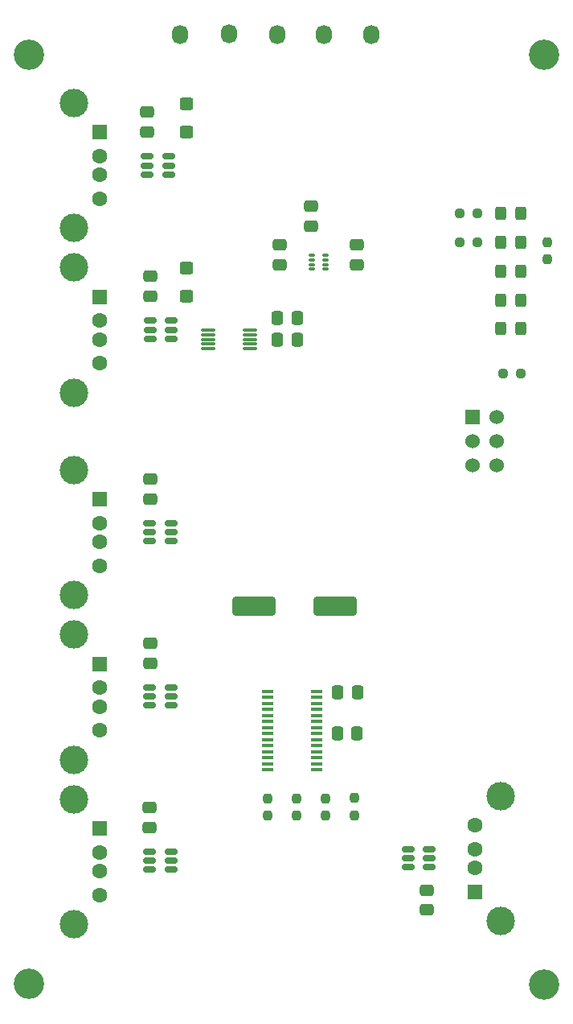
<source format=gbr>
%TF.GenerationSoftware,KiCad,Pcbnew,9.0.6*%
%TF.CreationDate,2025-12-28T11:40:05+01:00*%
%TF.ProjectId,USB_Hub,5553425f-4875-4622-9e6b-696361645f70,rev?*%
%TF.SameCoordinates,Original*%
%TF.FileFunction,Soldermask,Top*%
%TF.FilePolarity,Negative*%
%FSLAX46Y46*%
G04 Gerber Fmt 4.6, Leading zero omitted, Abs format (unit mm)*
G04 Created by KiCad (PCBNEW 9.0.6) date 2025-12-28 11:40:05*
%MOMM*%
%LPD*%
G01*
G04 APERTURE LIST*
G04 Aperture macros list*
%AMRoundRect*
0 Rectangle with rounded corners*
0 $1 Rounding radius*
0 $2 $3 $4 $5 $6 $7 $8 $9 X,Y pos of 4 corners*
0 Add a 4 corners polygon primitive as box body*
4,1,4,$2,$3,$4,$5,$6,$7,$8,$9,$2,$3,0*
0 Add four circle primitives for the rounded corners*
1,1,$1+$1,$2,$3*
1,1,$1+$1,$4,$5*
1,1,$1+$1,$6,$7*
1,1,$1+$1,$8,$9*
0 Add four rect primitives between the rounded corners*
20,1,$1+$1,$2,$3,$4,$5,0*
20,1,$1+$1,$4,$5,$6,$7,0*
20,1,$1+$1,$6,$7,$8,$9,0*
20,1,$1+$1,$8,$9,$2,$3,0*%
G04 Aperture macros list end*
%ADD10O,1.730000X2.030000*%
%ADD11C,3.200000*%
%ADD12C,1.524000*%
%ADD13R,1.524000X1.524000*%
%ADD14RoundRect,0.250000X-0.325000X-0.450000X0.325000X-0.450000X0.325000X0.450000X-0.325000X0.450000X0*%
%ADD15RoundRect,0.237500X0.250000X0.237500X-0.250000X0.237500X-0.250000X-0.237500X0.250000X-0.237500X0*%
%ADD16RoundRect,0.237500X0.237500X-0.250000X0.237500X0.250000X-0.237500X0.250000X-0.237500X-0.250000X0*%
%ADD17RoundRect,0.250000X2.000000X0.750000X-2.000000X0.750000X-2.000000X-0.750000X2.000000X-0.750000X0*%
%ADD18RoundRect,0.250000X-0.475000X0.337500X-0.475000X-0.337500X0.475000X-0.337500X0.475000X0.337500X0*%
%ADD19RoundRect,0.150000X0.512500X0.150000X-0.512500X0.150000X-0.512500X-0.150000X0.512500X-0.150000X0*%
%ADD20RoundRect,0.150000X-0.512500X-0.150000X0.512500X-0.150000X0.512500X0.150000X-0.512500X0.150000X0*%
%ADD21C,3.000000*%
%ADD22C,1.600000*%
%ADD23R,1.500000X1.600000*%
%ADD24RoundRect,0.250000X0.475000X-0.337500X0.475000X0.337500X-0.475000X0.337500X-0.475000X-0.337500X0*%
%ADD25RoundRect,0.250000X0.450000X-0.400000X0.450000X0.400000X-0.450000X0.400000X-0.450000X-0.400000X0*%
%ADD26RoundRect,0.250000X0.337500X0.475000X-0.337500X0.475000X-0.337500X-0.475000X0.337500X-0.475000X0*%
%ADD27R,1.200000X0.400000*%
%ADD28RoundRect,0.050000X-0.285000X-0.100000X0.285000X-0.100000X0.285000X0.100000X-0.285000X0.100000X0*%
%ADD29RoundRect,0.075000X-0.650000X-0.075000X0.650000X-0.075000X0.650000X0.075000X-0.650000X0.075000X0*%
G04 APERTURE END LIST*
D10*
%TO.C,REF\u002A\u002A*%
X66751200Y-38303200D03*
%TD*%
%TO.C,REF\u002A\u002A*%
X71831200Y-38354000D03*
%TD*%
%TO.C,REF\u002A\u002A*%
X81737200Y-38354000D03*
%TD*%
%TO.C,REF\u002A\u002A*%
X76708000Y-38354000D03*
%TD*%
%TO.C,REF\u002A\u002A*%
X61569600Y-38354000D03*
%TD*%
D11*
%TO.C,REF\u002A\u002A*%
X99894000Y-40491800D03*
%TD*%
%TO.C,REF\u002A\u002A*%
X45648000Y-40491800D03*
%TD*%
%TO.C,REF\u002A\u002A*%
X99894000Y-138248000D03*
%TD*%
%TO.C,REF\u002A\u002A*%
X45622600Y-138171800D03*
%TD*%
D12*
%TO.C,SW1*%
X94945200Y-78536800D03*
X94945200Y-81076800D03*
X94945200Y-83616800D03*
X92405200Y-83616800D03*
X92405200Y-81076800D03*
D13*
X92405200Y-78536800D03*
%TD*%
D14*
%TO.C,D2*%
X97409000Y-60180600D03*
X95359000Y-60180600D03*
%TD*%
%TO.C,D5*%
X97409000Y-69300600D03*
X95359000Y-69300600D03*
%TD*%
%TO.C,D1*%
X97409000Y-57140600D03*
X95359000Y-57140600D03*
%TD*%
%TO.C,D3*%
X97409000Y-63220600D03*
X95359000Y-63220600D03*
%TD*%
%TO.C,D4*%
X97409000Y-66260600D03*
X95359000Y-66260600D03*
%TD*%
D15*
%TO.C,R2*%
X91012000Y-57140600D03*
X92837000Y-57140600D03*
%TD*%
%TO.C,R3*%
X91012000Y-60188600D03*
X92837000Y-60188600D03*
%TD*%
D16*
%TO.C,R4*%
X100203000Y-60188600D03*
X100203000Y-62013600D03*
%TD*%
D15*
%TO.C,R7*%
X95609400Y-74015600D03*
X97434400Y-74015600D03*
%TD*%
D17*
%TO.C,Y1*%
X77876400Y-98450400D03*
X69376400Y-98450400D03*
%TD*%
D16*
%TO.C,R5*%
X73863200Y-120493800D03*
X73863200Y-118668800D03*
%TD*%
D18*
%TO.C,C5*%
X80213200Y-60459800D03*
X80213200Y-62534800D03*
%TD*%
D19*
%TO.C,U9*%
X60655200Y-70342800D03*
X60655200Y-69392800D03*
X60655200Y-68442800D03*
X58380200Y-68442800D03*
X58380200Y-69392800D03*
X58380200Y-70342800D03*
%TD*%
%TO.C,U8*%
X60390200Y-53070800D03*
X60390200Y-52120800D03*
X60390200Y-51170800D03*
X58115200Y-51170800D03*
X58115200Y-52120800D03*
X58115200Y-53070800D03*
%TD*%
D20*
%TO.C,U7*%
X85558200Y-124002800D03*
X85558200Y-124952800D03*
X85558200Y-125902800D03*
X87833200Y-125902800D03*
X87833200Y-124952800D03*
X87833200Y-124002800D03*
%TD*%
D19*
%TO.C,U6*%
X60644200Y-126156800D03*
X60644200Y-125206800D03*
X60644200Y-124256800D03*
X58369200Y-124256800D03*
X58369200Y-125206800D03*
X58369200Y-126156800D03*
%TD*%
%TO.C,U5*%
X60644200Y-108884800D03*
X60644200Y-107934800D03*
X60644200Y-106984800D03*
X58369200Y-106984800D03*
X58369200Y-107934800D03*
X58369200Y-108884800D03*
%TD*%
%TO.C,U4*%
X60644200Y-91612800D03*
X60644200Y-90662800D03*
X60644200Y-89712800D03*
X58369200Y-89712800D03*
X58369200Y-90662800D03*
X58369200Y-91612800D03*
%TD*%
D21*
%TO.C,J4*%
X95343200Y-118448800D03*
X95343200Y-131588800D03*
D22*
X92633200Y-121518800D03*
X92633200Y-124018800D03*
X92633200Y-126018800D03*
D23*
X92633200Y-128518800D03*
%TD*%
D18*
%TO.C,C10*%
X87579200Y-130395800D03*
X87579200Y-128320800D03*
%TD*%
%TO.C,C6*%
X72085200Y-60459800D03*
X72085200Y-62534800D03*
%TD*%
D24*
%TO.C,C13*%
X75387200Y-56395800D03*
X75387200Y-58470800D03*
%TD*%
%TO.C,C7*%
X58428400Y-87176800D03*
X58428400Y-85101800D03*
%TD*%
%TO.C,C8*%
X58428400Y-102373800D03*
X58428400Y-104448800D03*
%TD*%
D25*
%TO.C,D6*%
X62238400Y-48568800D03*
X62238400Y-45668800D03*
%TD*%
D24*
%TO.C,C9*%
X58369200Y-121720800D03*
X58369200Y-119645800D03*
%TD*%
%TO.C,C11*%
X58115200Y-46493800D03*
X58115200Y-48568800D03*
%TD*%
%TO.C,C12*%
X58428400Y-63765800D03*
X58428400Y-65840800D03*
%TD*%
D25*
%TO.C,D7*%
X62238400Y-65840800D03*
X62238400Y-62940800D03*
%TD*%
D26*
%TO.C,C1*%
X78138200Y-111810800D03*
X80213200Y-111810800D03*
%TD*%
%TO.C,C2*%
X78181200Y-107492800D03*
X80256200Y-107492800D03*
%TD*%
D16*
%TO.C,R1*%
X70815200Y-118668800D03*
X70815200Y-120493800D03*
%TD*%
%TO.C,R8*%
X76911200Y-118668800D03*
X76911200Y-120493800D03*
%TD*%
D27*
%TO.C,U1*%
X75955200Y-107429300D03*
X75955200Y-108064300D03*
X75955200Y-108699300D03*
X75955200Y-109334300D03*
X75955200Y-109969300D03*
X75955200Y-110604300D03*
X75955200Y-111239300D03*
X75955200Y-111874300D03*
X75955200Y-112509300D03*
X75955200Y-113144300D03*
X75955200Y-113779300D03*
X75955200Y-114414300D03*
X75955200Y-115049300D03*
X75955200Y-115684300D03*
X70755200Y-115684300D03*
X70755200Y-115049300D03*
X70755200Y-114414300D03*
X70755200Y-113779300D03*
X70755200Y-113144300D03*
X70755200Y-112509300D03*
X70755200Y-111874300D03*
X70755200Y-111239300D03*
X70755200Y-110604300D03*
X70755200Y-109969300D03*
X70755200Y-109334300D03*
X70755200Y-108699300D03*
X70755200Y-108064300D03*
X70755200Y-107429300D03*
%TD*%
D16*
%TO.C,R6*%
X79959200Y-120446800D03*
X79959200Y-118621800D03*
%TD*%
D26*
%TO.C,C4*%
X73906200Y-68122800D03*
X71831200Y-68122800D03*
%TD*%
%TO.C,C3*%
X73906200Y-70408800D03*
X71831200Y-70408800D03*
%TD*%
D21*
%TO.C,J5*%
X50351200Y-58690800D03*
X50351200Y-45550800D03*
D22*
X53061200Y-55620800D03*
X53061200Y-53120800D03*
X53061200Y-51120800D03*
D23*
X53061200Y-48620800D03*
%TD*%
D21*
%TO.C,J3*%
X50410400Y-131912800D03*
X50410400Y-118772800D03*
D22*
X53120400Y-128842800D03*
X53120400Y-126342800D03*
X53120400Y-124342800D03*
D23*
X53120400Y-121842800D03*
%TD*%
D21*
%TO.C,J1*%
X50410400Y-97292800D03*
X50410400Y-84152800D03*
D22*
X53120400Y-94222800D03*
X53120400Y-91722800D03*
X53120400Y-89722800D03*
D23*
X53120400Y-87222800D03*
%TD*%
D21*
%TO.C,J2*%
X50410400Y-114602800D03*
X50410400Y-101462800D03*
D22*
X53120400Y-111532800D03*
X53120400Y-109032800D03*
X53120400Y-107032800D03*
D23*
X53120400Y-104532800D03*
%TD*%
D21*
%TO.C,J6*%
X50351200Y-76000800D03*
X50351200Y-62860800D03*
D22*
X53061200Y-72930800D03*
X53061200Y-70430800D03*
X53061200Y-68430800D03*
D23*
X53061200Y-65930800D03*
%TD*%
D28*
%TO.C,U3*%
X76911200Y-61534800D03*
X76911200Y-62034800D03*
X76911200Y-62534800D03*
X76911200Y-63034800D03*
X75431200Y-63034800D03*
X75431200Y-62534800D03*
X75431200Y-62034800D03*
X75431200Y-61534800D03*
%TD*%
D29*
%TO.C,U2*%
X68951200Y-69408800D03*
X68951200Y-69908800D03*
X68951200Y-70408800D03*
X68951200Y-70908800D03*
X68951200Y-71408800D03*
X64551200Y-71408800D03*
X64551200Y-70908800D03*
X64551200Y-70408800D03*
X64551200Y-69908800D03*
X64551200Y-69408800D03*
%TD*%
M02*

</source>
